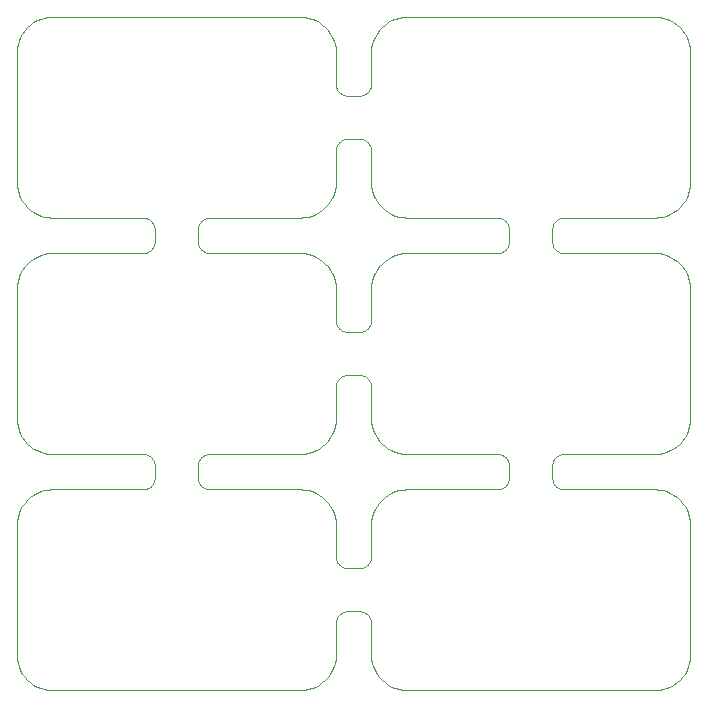
<source format=gko>
%MOIN*%
%OFA0B0*%
%FSLAX36Y36*%
%IPPOS*%
%LPD*%
%ADD10C,0*%
D10*
X001062991Y001338582D02*
X001062991Y001338582D01*
X001062249Y001351806D01*
X001060030Y001364864D01*
X001056363Y001377591D01*
X001051295Y001389829D01*
X001044888Y001401421D01*
X001037223Y001412223D01*
X001028398Y001422099D01*
X001018522Y001430925D01*
X001007720Y001438589D01*
X000996127Y001444996D01*
X000983890Y001450064D01*
X000971164Y001453731D01*
X000958105Y001455950D01*
X000944881Y001456692D01*
X000642781Y001456692D01*
X000639692Y001456814D01*
X000636623Y001457177D01*
X000633591Y001457780D01*
X000630615Y001458619D01*
X000627715Y001459689D01*
X000624908Y001460983D01*
X000622211Y001462494D01*
X000619640Y001464211D01*
X000617213Y001466125D01*
X000614943Y001468224D01*
X000612844Y001470494D01*
X000610930Y001472921D01*
X000609213Y001475492D01*
X000607702Y001478189D01*
X000606408Y001480996D01*
X000605338Y001483896D01*
X000604499Y001486872D01*
X000603896Y001489904D01*
X000603533Y001492973D01*
X000603411Y001496062D01*
X000603411Y001535432D01*
X000603533Y001538521D01*
X000603896Y001541591D01*
X000604499Y001544623D01*
X000605338Y001547598D01*
X000606408Y001550499D01*
X000607702Y001553306D01*
X000609213Y001556003D01*
X000610930Y001558574D01*
X000612844Y001561001D01*
X000614943Y001563271D01*
X000617213Y001565370D01*
X000619640Y001567284D01*
X000622211Y001569001D01*
X000624908Y001570511D01*
X000627715Y001571806D01*
X000630615Y001572876D01*
X000633591Y001573715D01*
X000636623Y001574318D01*
X000639692Y001574681D01*
X000642781Y001574803D01*
X000944881Y001574803D01*
X000958105Y001575545D01*
X000971164Y001577764D01*
X000983890Y001581431D01*
X000996127Y001586500D01*
X001007720Y001592906D01*
X001018522Y001600571D01*
X001028398Y001609396D01*
X001037223Y001619273D01*
X001044888Y001630074D01*
X001051295Y001641667D01*
X001056363Y001653904D01*
X001060030Y001666631D01*
X001062249Y001679689D01*
X001062991Y001692913D01*
X001062991Y001798163D01*
X001063113Y001801251D01*
X001063476Y001804321D01*
X001064079Y001807353D01*
X001064918Y001810329D01*
X001065988Y001813229D01*
X001067282Y001816036D01*
X001068793Y001818733D01*
X001070510Y001821304D01*
X001072424Y001823731D01*
X001074523Y001826001D01*
X001076793Y001828100D01*
X001079220Y001830014D01*
X001081791Y001831731D01*
X001084488Y001833242D01*
X001087295Y001834536D01*
X001090195Y001835606D01*
X001093171Y001836445D01*
X001096203Y001837048D01*
X001099273Y001837411D01*
X001102361Y001837533D01*
X001141732Y001837533D01*
X001144821Y001837411D01*
X001147891Y001837048D01*
X001150923Y001836445D01*
X001153898Y001835606D01*
X001156798Y001834536D01*
X001159605Y001833242D01*
X001162303Y001831731D01*
X001164873Y001830014D01*
X001167301Y001828100D01*
X001169571Y001826001D01*
X001171669Y001823731D01*
X001173583Y001821304D01*
X001175300Y001818733D01*
X001176811Y001816036D01*
X001178105Y001813229D01*
X001179175Y001810329D01*
X001180014Y001807353D01*
X001180617Y001804321D01*
X001180981Y001801251D01*
X001181102Y001798163D01*
X001181102Y001692913D01*
X001181844Y001679689D01*
X001184063Y001666631D01*
X001187730Y001653904D01*
X001192798Y001641667D01*
X001199205Y001630074D01*
X001206869Y001619273D01*
X001215695Y001609396D01*
X001225572Y001600571D01*
X001236374Y001592906D01*
X001247966Y001586500D01*
X001260203Y001581431D01*
X001272930Y001577764D01*
X001285988Y001575545D01*
X001299212Y001574803D01*
X001601312Y001574803D01*
X001604401Y001574681D01*
X001607471Y001574318D01*
X001610503Y001573715D01*
X001613478Y001572876D01*
X001616378Y001571806D01*
X001619186Y001570511D01*
X001621883Y001569001D01*
X001624453Y001567284D01*
X001626881Y001565370D01*
X001629151Y001563271D01*
X001631249Y001561001D01*
X001633163Y001558574D01*
X001634881Y001556003D01*
X001636391Y001553306D01*
X001637685Y001550499D01*
X001638755Y001547598D01*
X001639594Y001544623D01*
X001640198Y001541591D01*
X001640561Y001538521D01*
X001640682Y001535432D01*
X001640682Y001496062D01*
X001640561Y001492973D01*
X001640198Y001489904D01*
X001639594Y001486872D01*
X001638755Y001483896D01*
X001637685Y001480996D01*
X001636391Y001478189D01*
X001634881Y001475492D01*
X001633163Y001472921D01*
X001631249Y001470494D01*
X001629151Y001468224D01*
X001626881Y001466125D01*
X001624453Y001464211D01*
X001621883Y001462494D01*
X001619186Y001460983D01*
X001616378Y001459689D01*
X001613478Y001458619D01*
X001610503Y001457780D01*
X001607471Y001457177D01*
X001604401Y001456814D01*
X001601312Y001456692D01*
X001299212Y001456692D01*
X001285988Y001455950D01*
X001272930Y001453731D01*
X001260203Y001450064D01*
X001247966Y001444996D01*
X001236374Y001438589D01*
X001225572Y001430925D01*
X001215695Y001422099D01*
X001206869Y001412223D01*
X001199205Y001401421D01*
X001192798Y001389829D01*
X001187730Y001377591D01*
X001184063Y001364864D01*
X001181844Y001351806D01*
X001181102Y001338582D01*
X001181102Y001233332D01*
X001180981Y001230243D01*
X001180617Y001227174D01*
X001180014Y001224142D01*
X001179175Y001221166D01*
X001178105Y001218266D01*
X001176811Y001215459D01*
X001175300Y001212762D01*
X001173583Y001210191D01*
X001171669Y001207764D01*
X001169571Y001205494D01*
X001167301Y001203395D01*
X001164873Y001201481D01*
X001162303Y001199764D01*
X001159605Y001198253D01*
X001156798Y001196959D01*
X001153898Y001195889D01*
X001150923Y001195050D01*
X001147891Y001194447D01*
X001144821Y001194084D01*
X001141732Y001193962D01*
X001102361Y001193962D01*
X001099273Y001194084D01*
X001096203Y001194447D01*
X001093171Y001195050D01*
X001090195Y001195889D01*
X001087295Y001196959D01*
X001084488Y001198253D01*
X001081791Y001199764D01*
X001079220Y001201481D01*
X001076793Y001203395D01*
X001074523Y001205494D01*
X001072424Y001207764D01*
X001070510Y001210191D01*
X001068793Y001212762D01*
X001067282Y001215459D01*
X001065988Y001218266D01*
X001064918Y001221166D01*
X001064079Y001224142D01*
X001063476Y001227174D01*
X001063113Y001230243D01*
X001062991Y001233332D01*
X001062991Y001338582D01*
X001062991Y000551181D02*
X001062991Y000551181D01*
X001062249Y000564405D01*
X001060030Y000577463D01*
X001056363Y000590190D01*
X001051295Y000602427D01*
X001044888Y000614019D01*
X001037223Y000624821D01*
X001028398Y000634697D01*
X001018522Y000643523D01*
X001007720Y000651188D01*
X000996127Y000657594D01*
X000983890Y000662663D01*
X000971164Y000666330D01*
X000958105Y000668548D01*
X000944881Y000669291D01*
X000642781Y000669291D01*
X000639692Y000669412D01*
X000636623Y000669776D01*
X000633591Y000670379D01*
X000630615Y000671218D01*
X000627715Y000672288D01*
X000624908Y000673582D01*
X000622211Y000675092D01*
X000619640Y000676810D01*
X000617213Y000678724D01*
X000614943Y000680822D01*
X000612844Y000683092D01*
X000610930Y000685520D01*
X000609213Y000688090D01*
X000607702Y000690787D01*
X000606408Y000693595D01*
X000605338Y000696495D01*
X000604499Y000699470D01*
X000603896Y000702502D01*
X000603533Y000705572D01*
X000603411Y000708661D01*
X000603411Y000748031D01*
X000603533Y000751120D01*
X000603896Y000754190D01*
X000604499Y000757222D01*
X000605338Y000760197D01*
X000606408Y000763097D01*
X000607702Y000765905D01*
X000609213Y000768602D01*
X000610930Y000771172D01*
X000612844Y000773600D01*
X000614943Y000775870D01*
X000617213Y000777968D01*
X000619640Y000779882D01*
X000622211Y000781599D01*
X000624908Y000783110D01*
X000627715Y000784404D01*
X000630615Y000785474D01*
X000633591Y000786313D01*
X000636623Y000786916D01*
X000639692Y000787280D01*
X000642781Y000787401D01*
X000944881Y000787401D01*
X000958105Y000788144D01*
X000971164Y000790362D01*
X000983890Y000794029D01*
X000996127Y000799098D01*
X001007720Y000805505D01*
X001018522Y000813169D01*
X001028398Y000821995D01*
X001037223Y000831871D01*
X001044888Y000842673D01*
X001051295Y000854265D01*
X001056363Y000866502D01*
X001060030Y000879229D01*
X001062249Y000892287D01*
X001062991Y000905511D01*
X001062991Y001010761D01*
X001063113Y001013850D01*
X001063476Y001016920D01*
X001064079Y001019952D01*
X001064918Y001022927D01*
X001065988Y001025827D01*
X001067282Y001028635D01*
X001068793Y001031332D01*
X001070510Y001033902D01*
X001072424Y001036330D01*
X001074523Y001038600D01*
X001076793Y001040698D01*
X001079220Y001042612D01*
X001081791Y001044329D01*
X001084488Y001045840D01*
X001087295Y001047134D01*
X001090195Y001048204D01*
X001093171Y001049043D01*
X001096203Y001049646D01*
X001099273Y001050010D01*
X001102361Y001050131D01*
X001141732Y001050131D01*
X001144821Y001050010D01*
X001147891Y001049646D01*
X001150923Y001049043D01*
X001153898Y001048204D01*
X001156798Y001047134D01*
X001159605Y001045840D01*
X001162303Y001044329D01*
X001164873Y001042612D01*
X001167301Y001040698D01*
X001169571Y001038600D01*
X001171669Y001036330D01*
X001173583Y001033902D01*
X001175300Y001031332D01*
X001176811Y001028635D01*
X001178105Y001025827D01*
X001179175Y001022927D01*
X001180014Y001019952D01*
X001180617Y001016920D01*
X001180981Y001013850D01*
X001181102Y001010761D01*
X001181102Y000905511D01*
X001181844Y000892287D01*
X001184063Y000879229D01*
X001187730Y000866502D01*
X001192798Y000854265D01*
X001199205Y000842673D01*
X001206869Y000831871D01*
X001215695Y000821995D01*
X001225572Y000813169D01*
X001236374Y000805505D01*
X001247966Y000799098D01*
X001260203Y000794029D01*
X001272930Y000790362D01*
X001285988Y000788144D01*
X001299212Y000787401D01*
X001601312Y000787401D01*
X001604401Y000787280D01*
X001607471Y000786916D01*
X001610503Y000786313D01*
X001613478Y000785474D01*
X001616378Y000784404D01*
X001619186Y000783110D01*
X001621883Y000781599D01*
X001624453Y000779882D01*
X001626881Y000777968D01*
X001629151Y000775870D01*
X001631249Y000773600D01*
X001633163Y000771172D01*
X001634881Y000768602D01*
X001636391Y000765905D01*
X001637685Y000763097D01*
X001638755Y000760197D01*
X001639594Y000757222D01*
X001640198Y000754190D01*
X001640561Y000751120D01*
X001640682Y000748031D01*
X001640682Y000708661D01*
X001640561Y000705572D01*
X001640198Y000702502D01*
X001639594Y000699470D01*
X001638755Y000696495D01*
X001637685Y000693595D01*
X001636391Y000690787D01*
X001634881Y000688090D01*
X001633163Y000685520D01*
X001631249Y000683092D01*
X001629151Y000680822D01*
X001626881Y000678724D01*
X001624453Y000676810D01*
X001621883Y000675092D01*
X001619186Y000673582D01*
X001616378Y000672288D01*
X001613478Y000671218D01*
X001610503Y000670379D01*
X001607471Y000669776D01*
X001604401Y000669412D01*
X001601312Y000669291D01*
X001299212Y000669291D01*
X001285988Y000668548D01*
X001272930Y000666330D01*
X001260203Y000662663D01*
X001247966Y000657594D01*
X001236374Y000651188D01*
X001225572Y000643523D01*
X001215695Y000634697D01*
X001206869Y000624821D01*
X001199205Y000614019D01*
X001192798Y000602427D01*
X001187730Y000590190D01*
X001184063Y000577463D01*
X001181844Y000564405D01*
X001181102Y000551181D01*
X001181102Y000445931D01*
X001180981Y000442842D01*
X001180617Y000439772D01*
X001180014Y000436740D01*
X001179175Y000433765D01*
X001178105Y000430865D01*
X001176811Y000428057D01*
X001175300Y000425360D01*
X001173583Y000422790D01*
X001171669Y000420362D01*
X001169571Y000418092D01*
X001167301Y000415994D01*
X001164873Y000414080D01*
X001162303Y000412362D01*
X001159605Y000410852D01*
X001156798Y000409558D01*
X001153898Y000408488D01*
X001150923Y000407649D01*
X001147891Y000407045D01*
X001144821Y000406682D01*
X001141732Y000406561D01*
X001102361Y000406561D01*
X001099273Y000406682D01*
X001096203Y000407045D01*
X001093171Y000407649D01*
X001090195Y000408488D01*
X001087295Y000409558D01*
X001084488Y000410852D01*
X001081791Y000412362D01*
X001079220Y000414080D01*
X001076793Y000415994D01*
X001074523Y000418092D01*
X001072424Y000420362D01*
X001070510Y000422790D01*
X001068793Y000425360D01*
X001067282Y000428057D01*
X001065988Y000430865D01*
X001064918Y000433765D01*
X001064079Y000436740D01*
X001063476Y000439772D01*
X001063113Y000442842D01*
X001062991Y000445931D01*
X001062991Y000551181D01*
X000118110Y000000000D02*
X000118110Y000000000D01*
X000944881Y000000000D01*
X000958105Y000000742D01*
X000971164Y000002961D01*
X000983890Y000006628D01*
X000996127Y000011696D01*
X001007720Y000018103D01*
X001018522Y000025768D01*
X001028398Y000034593D01*
X001037223Y000044470D01*
X001044888Y000055271D01*
X001051295Y000066864D01*
X001056363Y000079101D01*
X001060030Y000091828D01*
X001062249Y000104886D01*
X001062991Y000118110D01*
X001062991Y000223359D01*
X001063113Y000226448D01*
X001063476Y000229518D01*
X001064079Y000232550D01*
X001064918Y000235525D01*
X001065988Y000238426D01*
X001067282Y000241233D01*
X001068793Y000243930D01*
X001070510Y000246501D01*
X001072424Y000248928D01*
X001074523Y000251198D01*
X001076793Y000253297D01*
X001079220Y000255211D01*
X001081791Y000256928D01*
X001084488Y000258438D01*
X001087295Y000259733D01*
X001090195Y000260803D01*
X001093171Y000261642D01*
X001096203Y000262245D01*
X001099273Y000262608D01*
X001102361Y000262730D01*
X001141732Y000262730D01*
X001144821Y000262608D01*
X001147891Y000262245D01*
X001150923Y000261642D01*
X001153898Y000260803D01*
X001156798Y000259733D01*
X001159605Y000258438D01*
X001162303Y000256928D01*
X001164873Y000255211D01*
X001167301Y000253297D01*
X001169571Y000251198D01*
X001171669Y000248928D01*
X001173583Y000246501D01*
X001175300Y000243930D01*
X001176811Y000241233D01*
X001178105Y000238426D01*
X001179175Y000235525D01*
X001180014Y000232550D01*
X001180617Y000229518D01*
X001180981Y000226448D01*
X001181102Y000223359D01*
X001181102Y000118110D01*
X001181844Y000104886D01*
X001184063Y000091828D01*
X001187730Y000079101D01*
X001192798Y000066864D01*
X001199205Y000055271D01*
X001206869Y000044470D01*
X001215695Y000034593D01*
X001225572Y000025768D01*
X001236374Y000018103D01*
X001247966Y000011696D01*
X001260203Y000006628D01*
X001272930Y000002961D01*
X001285988Y000000742D01*
X001299212Y000000000D01*
X002125984Y000000000D01*
X002139208Y000000742D01*
X002152266Y000002961D01*
X002164993Y000006628D01*
X002177230Y000011696D01*
X002188822Y000018103D01*
X002199624Y000025768D01*
X002209500Y000034593D01*
X002218326Y000044470D01*
X002225990Y000055271D01*
X002232397Y000066864D01*
X002237466Y000079101D01*
X002241133Y000091828D01*
X002243351Y000104886D01*
X002244094Y000118110D01*
X002244094Y000551181D01*
X002243351Y000564405D01*
X002241133Y000577463D01*
X002237466Y000590190D01*
X002232397Y000602427D01*
X002225990Y000614019D01*
X002218326Y000624821D01*
X002209500Y000634697D01*
X002199624Y000643523D01*
X002188822Y000651188D01*
X002177230Y000657594D01*
X002164993Y000662663D01*
X002152266Y000666330D01*
X002139208Y000668548D01*
X002125984Y000669291D01*
X001823884Y000669291D01*
X001820795Y000669412D01*
X001817725Y000669776D01*
X001814693Y000670379D01*
X001811718Y000671218D01*
X001808817Y000672288D01*
X001806010Y000673582D01*
X001803313Y000675092D01*
X001800743Y000676810D01*
X001798315Y000678724D01*
X001796045Y000680822D01*
X001793946Y000683092D01*
X001792033Y000685520D01*
X001790315Y000688090D01*
X001788805Y000690787D01*
X001787511Y000693595D01*
X001786441Y000696495D01*
X001785601Y000699470D01*
X001784998Y000702502D01*
X001784635Y000705572D01*
X001784514Y000708661D01*
X001784514Y000748031D01*
X001784635Y000751120D01*
X001784998Y000754190D01*
X001785601Y000757222D01*
X001786441Y000760197D01*
X001787511Y000763097D01*
X001788805Y000765905D01*
X001790315Y000768602D01*
X001792033Y000771172D01*
X001793946Y000773600D01*
X001796045Y000775870D01*
X001798315Y000777968D01*
X001800743Y000779882D01*
X001803313Y000781599D01*
X001806010Y000783110D01*
X001808817Y000784404D01*
X001811718Y000785474D01*
X001814693Y000786313D01*
X001817725Y000786916D01*
X001820795Y000787280D01*
X001823884Y000787401D01*
X002125984Y000787401D01*
X002139208Y000788144D01*
X002152266Y000790362D01*
X002164993Y000794029D01*
X002177230Y000799098D01*
X002188822Y000805505D01*
X002199624Y000813169D01*
X002209500Y000821995D01*
X002218326Y000831871D01*
X002225990Y000842673D01*
X002232397Y000854265D01*
X002237466Y000866502D01*
X002241133Y000879229D01*
X002243351Y000892287D01*
X002244094Y000905511D01*
X002244094Y001338582D01*
X002243351Y001351806D01*
X002241133Y001364864D01*
X002237466Y001377591D01*
X002232397Y001389829D01*
X002225990Y001401421D01*
X002218326Y001412223D01*
X002209500Y001422099D01*
X002199624Y001430925D01*
X002188822Y001438589D01*
X002177230Y001444996D01*
X002164993Y001450064D01*
X002152266Y001453731D01*
X002139208Y001455950D01*
X002125984Y001456692D01*
X001823884Y001456692D01*
X001820795Y001456814D01*
X001817725Y001457177D01*
X001814693Y001457780D01*
X001811718Y001458619D01*
X001808817Y001459689D01*
X001806010Y001460983D01*
X001803313Y001462494D01*
X001800743Y001464211D01*
X001798315Y001466125D01*
X001796045Y001468224D01*
X001793946Y001470494D01*
X001792033Y001472921D01*
X001790315Y001475492D01*
X001788805Y001478189D01*
X001787511Y001480996D01*
X001786441Y001483896D01*
X001785601Y001486872D01*
X001784998Y001489904D01*
X001784635Y001492973D01*
X001784514Y001496062D01*
X001784514Y001535432D01*
X001784635Y001538521D01*
X001784998Y001541591D01*
X001785601Y001544623D01*
X001786441Y001547598D01*
X001787511Y001550499D01*
X001788805Y001553306D01*
X001790315Y001556003D01*
X001792033Y001558574D01*
X001793946Y001561001D01*
X001796045Y001563271D01*
X001798315Y001565370D01*
X001800743Y001567284D01*
X001803313Y001569001D01*
X001806010Y001570511D01*
X001808817Y001571806D01*
X001811718Y001572876D01*
X001814693Y001573715D01*
X001817725Y001574318D01*
X001820795Y001574681D01*
X001823884Y001574803D01*
X002125984Y001574803D01*
X002139208Y001575545D01*
X002152266Y001577764D01*
X002164993Y001581431D01*
X002177230Y001586500D01*
X002188822Y001592906D01*
X002199624Y001600571D01*
X002209500Y001609396D01*
X002218326Y001619273D01*
X002225990Y001630074D01*
X002232397Y001641667D01*
X002237466Y001653904D01*
X002241133Y001666631D01*
X002243351Y001679689D01*
X002244094Y001692913D01*
X002244094Y002125984D01*
X002243351Y002139208D01*
X002241133Y002152266D01*
X002237466Y002164993D01*
X002232397Y002177230D01*
X002225990Y002188822D01*
X002218326Y002199624D01*
X002209500Y002209500D01*
X002199624Y002218326D01*
X002188822Y002225991D01*
X002177230Y002232397D01*
X002164993Y002237466D01*
X002152266Y002241133D01*
X002139208Y002243351D01*
X002125984Y002244094D01*
X001299212Y002244094D01*
X001285988Y002243351D01*
X001272930Y002241133D01*
X001260203Y002237466D01*
X001247966Y002232397D01*
X001236374Y002225991D01*
X001225572Y002218326D01*
X001215695Y002209500D01*
X001206869Y002199624D01*
X001199205Y002188822D01*
X001192798Y002177230D01*
X001187730Y002164993D01*
X001184063Y002152266D01*
X001181844Y002139208D01*
X001181102Y002125984D01*
X001181102Y002020734D01*
X001180981Y002017645D01*
X001180617Y002014575D01*
X001180014Y002011543D01*
X001179175Y002008568D01*
X001178105Y002005668D01*
X001176811Y002002860D01*
X001175300Y002000163D01*
X001173583Y001997593D01*
X001171669Y001995165D01*
X001169571Y001992895D01*
X001167301Y001990797D01*
X001164873Y001988883D01*
X001162303Y001987165D01*
X001159605Y001985655D01*
X001156798Y001984361D01*
X001153898Y001983291D01*
X001150923Y001982452D01*
X001147891Y001981849D01*
X001144821Y001981485D01*
X001141732Y001981364D01*
X001102361Y001981364D01*
X001099273Y001981485D01*
X001096203Y001981849D01*
X001093171Y001982452D01*
X001090195Y001983291D01*
X001087295Y001984361D01*
X001084488Y001985655D01*
X001081791Y001987165D01*
X001079220Y001988883D01*
X001076793Y001990797D01*
X001074523Y001992895D01*
X001072424Y001995165D01*
X001070510Y001997593D01*
X001068793Y002000163D01*
X001067282Y002002860D01*
X001065988Y002005668D01*
X001064918Y002008568D01*
X001064079Y002011543D01*
X001063476Y002014575D01*
X001063113Y002017645D01*
X001062991Y002020734D01*
X001062991Y002125984D01*
X001062249Y002139208D01*
X001060030Y002152266D01*
X001056363Y002164993D01*
X001051295Y002177230D01*
X001044888Y002188822D01*
X001037223Y002199624D01*
X001028398Y002209500D01*
X001018522Y002218326D01*
X001007720Y002225991D01*
X000996127Y002232397D01*
X000983890Y002237466D01*
X000971164Y002241133D01*
X000958105Y002243351D01*
X000944881Y002244094D01*
X000118110Y002244094D01*
X000104885Y002243351D01*
X000091827Y002241133D01*
X000079100Y002237466D01*
X000066863Y002232397D01*
X000055271Y002225991D01*
X000044469Y002218326D01*
X000034593Y002209500D01*
X000025767Y002199624D01*
X000018103Y002188822D01*
X000011696Y002177230D01*
X000006628Y002164993D01*
X000002961Y002152266D01*
X000000742Y002139208D01*
X000000000Y002125984D01*
X000000000Y001692913D01*
X000000742Y001679689D01*
X000002961Y001666631D01*
X000006628Y001653904D01*
X000011696Y001641667D01*
X000018103Y001630074D01*
X000025767Y001619273D01*
X000034593Y001609396D01*
X000044469Y001600571D01*
X000055271Y001592906D01*
X000066863Y001586500D01*
X000079100Y001581431D01*
X000091827Y001577764D01*
X000104885Y001575545D01*
X000118110Y001574803D01*
X000420210Y001574803D01*
X000423299Y001574681D01*
X000426369Y001574318D01*
X000429401Y001573715D01*
X000432376Y001572876D01*
X000435276Y001571806D01*
X000438083Y001570511D01*
X000440781Y001569001D01*
X000443351Y001567284D01*
X000445779Y001565370D01*
X000448049Y001563271D01*
X000450147Y001561001D01*
X000452061Y001558574D01*
X000453778Y001556003D01*
X000455289Y001553306D01*
X000456583Y001550499D01*
X000457653Y001547598D01*
X000458492Y001544623D01*
X000459095Y001541591D01*
X000459458Y001538521D01*
X000459580Y001535432D01*
X000459580Y001496062D01*
X000459458Y001492973D01*
X000459095Y001489904D01*
X000458492Y001486872D01*
X000457653Y001483896D01*
X000456583Y001480996D01*
X000455289Y001478189D01*
X000453778Y001475492D01*
X000452061Y001472921D01*
X000450147Y001470494D01*
X000448049Y001468224D01*
X000445779Y001466125D01*
X000443351Y001464211D01*
X000440781Y001462494D01*
X000438083Y001460983D01*
X000435276Y001459689D01*
X000432376Y001458619D01*
X000429401Y001457780D01*
X000426369Y001457177D01*
X000423299Y001456814D01*
X000420210Y001456692D01*
X000118110Y001456692D01*
X000104885Y001455950D01*
X000091827Y001453731D01*
X000079100Y001450064D01*
X000066863Y001444996D01*
X000055271Y001438589D01*
X000044469Y001430925D01*
X000034593Y001422099D01*
X000025767Y001412223D01*
X000018103Y001401421D01*
X000011696Y001389829D01*
X000006628Y001377591D01*
X000002961Y001364864D01*
X000000742Y001351806D01*
X000000000Y001338582D01*
X000000000Y000905511D01*
X000000742Y000892287D01*
X000002961Y000879229D01*
X000006628Y000866502D01*
X000011696Y000854265D01*
X000018103Y000842673D01*
X000025767Y000831871D01*
X000034593Y000821995D01*
X000044469Y000813169D01*
X000055271Y000805505D01*
X000066863Y000799098D01*
X000079100Y000794029D01*
X000091827Y000790362D01*
X000104885Y000788144D01*
X000118110Y000787401D01*
X000420210Y000787401D01*
X000423299Y000787280D01*
X000426369Y000786916D01*
X000429401Y000786313D01*
X000432376Y000785474D01*
X000435276Y000784404D01*
X000438083Y000783110D01*
X000440781Y000781599D01*
X000443351Y000779882D01*
X000445779Y000777968D01*
X000448049Y000775870D01*
X000450147Y000773600D01*
X000452061Y000771172D01*
X000453778Y000768602D01*
X000455289Y000765905D01*
X000456583Y000763097D01*
X000457653Y000760197D01*
X000458492Y000757222D01*
X000459095Y000754190D01*
X000459458Y000751120D01*
X000459580Y000748031D01*
X000459580Y000708661D01*
X000459458Y000705572D01*
X000459095Y000702502D01*
X000458492Y000699470D01*
X000457653Y000696495D01*
X000456583Y000693595D01*
X000455289Y000690787D01*
X000453778Y000688090D01*
X000452061Y000685520D01*
X000450147Y000683092D01*
X000448049Y000680822D01*
X000445779Y000678724D01*
X000443351Y000676810D01*
X000440781Y000675092D01*
X000438083Y000673582D01*
X000435276Y000672288D01*
X000432376Y000671218D01*
X000429401Y000670379D01*
X000426369Y000669776D01*
X000423299Y000669412D01*
X000420210Y000669291D01*
X000118110Y000669291D01*
X000104885Y000668548D01*
X000091827Y000666330D01*
X000079100Y000662663D01*
X000066863Y000657594D01*
X000055271Y000651188D01*
X000044469Y000643523D01*
X000034593Y000634697D01*
X000025767Y000624821D01*
X000018103Y000614019D01*
X000011696Y000602427D01*
X000006628Y000590190D01*
X000002961Y000577463D01*
X000000742Y000564405D01*
X000000000Y000551181D01*
X000000000Y000118110D01*
X000000742Y000104886D01*
X000002961Y000091828D01*
X000006628Y000079101D01*
X000011696Y000066864D01*
X000018103Y000055271D01*
X000025767Y000044470D01*
X000034593Y000034593D01*
X000044469Y000025768D01*
X000055271Y000018103D01*
X000066863Y000011696D01*
X000079100Y000006628D01*
X000091827Y000002961D01*
X000104885Y000000742D01*
X000118110Y000000000D01*
M02*
</source>
